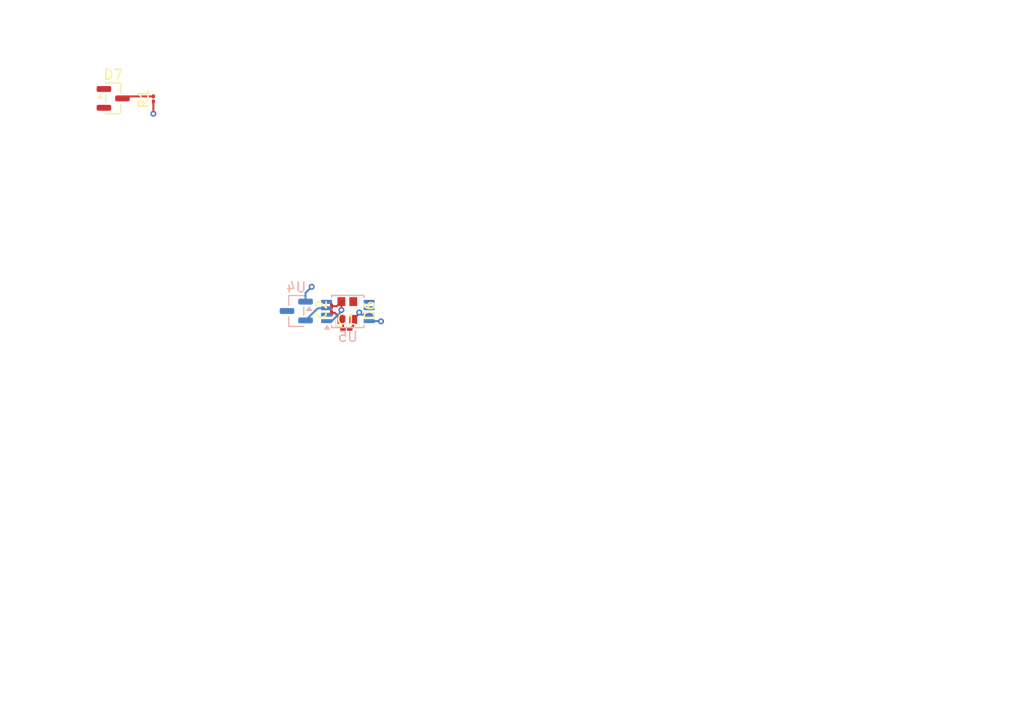
<source format=kicad_pcb>
(kicad_pcb (version 20241229) (generator "pcbnew") (generator_version "9.0")
  (layers (0 "F.Cu" signal) (4 "In1.Cu" signal) (6 "In2.Cu" signal) (2 "B.Cu" signal) (13 "F.Paste" user) (15 "B.Paste" user) (5 "F.SilkS" user "F.Silkscreen") (7 "B.SilkS" user "B.Silkscreen") (1 "F.Mask" user) (3 "B.Mask" user) (25 "Edge.Cuts" user))
  (net 0 "")
  (net 1 "Net-(D6-GA)")
  (net 2 "Net-(D6-BA)")
  (net 3 "Net-(D6-RA)")
  (net 4 "GND")
  (net 5 "/Vmid")
  (net 7 "/5V")
  (net 8 "Net-(U4-OUT)")
  (footprint "Capacitor_SMD:C_01005_0402Metric_Pad0.57x0.30mm_HandSolder" (layer "F.Cu") (at 54.5 47.8 90)
    (property "Reference" "C2" (at 0 -1 90) (layer "F.SilkS"))
    (property "Value" "1u")
    (pad "1" smd roundrect (at -0.3375 0 90) (size 0.575 0.3) (layers "F.Cu" "F.Mask") (net 2 "Net-(D6-BA)"))
    (pad "2" smd roundrect (at 0.3375 0 90) (size 0.575 0.3) (layers "F.Cu" "F.Mask") (net 3 "Net-(D6-RA)"))
  )
  (footprint "Resistor_SMD:R_01005_0402Metric" (layer "F.Cu") (at 36.5 26.5 90)
    (property "Reference" "R1" (at 0 -1 90) (layer "F.SilkS"))
    (property "Value" "500")
    (pad "1" smd roundrect (at -0.25 0 90) (size 0.4 0.3) (layers "F.Cu" "F.Mask") (net 7 "/5V"))
    (pad "2" smd roundrect (at 0.25 0 90) (size 0.4 0.3) (layers "F.Cu" "F.Mask") (net 5 "/Vmid"))
  )
  (footprint "Package_TO_SOT_SMD:SOT-23" (layer "F.Cu") (at 32.4375 26.45)
    (property "Reference" "D7" (at 0 -2.4 0) (layer "F.SilkS"))
    (property "Value" "BZX84Cxx")
    (fp_line (start -0.76 -1.56) (end 0.76 -1.56) (stroke (width 0.12)) (layer "F.SilkS"))
    (fp_line (start -0.76 -1.51) (end -0.76 -1.56) (stroke (width 0.12)) (layer "F.SilkS"))
    (fp_line (start -0.76 0.39) (end -0.76 -0.39) (stroke (width 0.12)) (layer "F.SilkS"))
    (fp_line (start -0.76 1.56) (end -0.76 1.51) (stroke (width 0.12)) (layer "F.SilkS"))
    (fp_line (start 0.76 -1.56) (end 0.76 -0.56) (stroke (width 0.12)) (layer "F.SilkS"))
    (fp_line (start 0.76 0.56) (end 0.76 1.56) (stroke (width 0.12)) (layer "F.SilkS"))
    (fp_line (start 0.76 1.56) (end -0.76 1.56) (stroke (width 0.12)) (layer "F.SilkS"))
    (fp_poly (pts (xy -1.3 -0.38) (xy -1.06 -0.05) (xy -1.54 -0.05)) (stroke (width 0.12)) (fill yes) (layer "F.SilkS"))
    (pad "1" smd roundrect (at -0.9375 -0.95) (size 1.475 0.6) (layers "F.Cu" "F.Mask" "F.Paste") (net 4 "GND"))
    (pad "2" smd roundrect (at -0.9375 0.95) (size 1.475 0.6) (layers "F.Cu" "F.Mask" "F.Paste"))
    (pad "3" smd roundrect (at 0.9375 0) (size 1.475 0.6) (layers "F.Cu" "F.Mask" "F.Paste") (net 5 "/Vmid"))
  )
  (footprint "LED_SMD:LED_ASMB-KTF0-0A306" (layer "F.Cu") (at 56.1 47.9 90)
    (property "Reference" "D6" (at 0 2.25 90) (layer "F.SilkS"))
    (property "Value" "LED_BGKR")
    (fp_line (start -0.89 -1.2) (end -1.55 -1.2) (stroke (width 0.12)) (layer "F.SilkS"))
    (fp_line (start -1.55 -1.2) (end -1.55 -0.54) (stroke (width 0.12)) (layer "F.SilkS"))
    (pad "1" smd rect (at -0.9 -0.6 90) (size 0.9 0.8) (layers "F.Cu" "F.Mask" "F.Paste") (net 2 "Net-(D6-BA)"))
    (pad "2" smd rect (at -0.9 0.6 90) (size 0.9 0.8) (layers "F.Cu" "F.Mask" "F.Paste") (net 1 "Net-(D6-GA)"))
    (pad "3" smd rect (at 0.9 0.6 90) (size 0.9 0.8) (layers "F.Cu" "F.Mask" "F.Paste") (net 4 "GND"))
    (pad "4" smd rect (at 0.9 -0.6 90) (size 0.9 0.8) (layers "F.Cu" "F.Mask" "F.Paste") (net 3 "Net-(D6-RA)"))
  )
  (footprint "Capacitor_SMD:C_01005_0402Metric_Pad0.57x0.30mm_HandSolder" (layer "F.Cu") (at 56 49.8)
    (property "Reference" "C1" (at 0 -1 0) (layer "F.SilkS"))
    (property "Value" "1u")
    (pad "1" smd roundrect (at -0.3375 0) (size 0.575 0.3) (layers "F.Cu" "F.Mask") (net 2 "Net-(D6-BA)"))
    (pad "2" smd roundrect (at 0.3375 0) (size 0.575 0.3) (layers "F.Cu" "F.Mask") (net 1 "Net-(D6-GA)"))
  )
  (footprint "Package_TO_SOT_SMD:SOT-23" (layer "B.Cu") (at 50.9375 47.95 180)
    (property "Reference" "U4" (at 0 2.4 0) (layer "B.SilkS") (effects (justify mirror)))
    (property "Value" "DRV5055A1xDBZxQ1")
    (fp_line (start 0.76 1.56) (end 0.76 0.56) (stroke (width 0.12)) (layer "B.SilkS"))
    (fp_line (start 0.76 -0.56) (end 0.76 -1.56) (stroke (width 0.12)) (layer "B.SilkS"))
    (fp_line (start 0.76 -1.56) (end -0.76 -1.56) (stroke (width 0.12)) (layer "B.SilkS"))
    (fp_line (start -0.76 1.56) (end 0.76 1.56) (stroke (width 0.12)) (layer "B.SilkS"))
    (fp_line (start -0.76 1.51) (end -0.76 1.56) (stroke (width 0.12)) (layer "B.SilkS"))
    (fp_line (start -0.76 -0.39) (end -0.76 0.39) (stroke (width 0.12)) (layer "B.SilkS"))
    (fp_line (start -0.76 -1.56) (end -0.76 -1.51) (stroke (width 0.12)) (layer "B.SilkS"))
    (fp_poly (pts (xy -1.3 0.38) (xy -1.06 0.05) (xy -1.54 0.05)) (stroke (width 0.12)) (fill yes) (layer "B.SilkS"))
    (pad "1" smd roundrect (at -0.9375 0.95 180) (size 1.475 0.6) (layers "B.Cu" "B.Mask" "B.Paste") (net 7 "/5V"))
    (pad "2" smd roundrect (at -0.9375 -0.95 180) (size 1.475 0.6) (layers "B.Cu" "B.Mask" "B.Paste") (net 8 "Net-(U4-OUT)"))
    (pad "3" smd roundrect (at 0.9375 0 180) (size 1.475 0.6) (layers "B.Cu" "B.Mask" "B.Paste") (net 4 "GND"))
  )
  (footprint "Package_SO:TSSOP-8_3x3mm_P0.65mm" (layer "B.Cu") (at 56.15 48)
    (property "Reference" "U5" (at 0 2.55 0) (layer "B.SilkS") (effects (justify mirror)))
    (property "Value" "TL082")
    (fp_line (start -1.625 -1.625) (end 1.625 -1.625) (stroke (width 0.15)) (layer "B.SilkS"))
    (fp_line (start -1.625 -1.45) (end -1.625 -1.625) (stroke (width 0.15)) (layer "B.SilkS"))
    (fp_line (start -1.625 1.625) (end -1.625 1.45) (stroke (width 0.15)) (layer "B.SilkS"))
    (fp_line (start -1.625 1.625) (end 1.625 1.625) (stroke (width 0.15)) (layer "B.SilkS"))
    (fp_line (start 1.625 -1.45) (end 1.625 -1.625) (stroke (width 0.15)) (layer "B.SilkS"))
    (fp_line (start 1.625 1.625) (end 1.625 1.45) (stroke (width 0.15)) (layer "B.SilkS"))
    (fp_poly (pts (xy -2.1 1.45) (xy -2.34 1.78) (xy -1.86 1.78) (xy -2.1 1.45)) (stroke (width 0.12)) (fill yes) (layer "B.SilkS"))
    (pad "1" smd rect (at -2.15 0.975) (size 1.1 0.4) (layers "B.Cu" "B.Mask" "B.Paste") (net 3 "Net-(D6-RA)"))
    (pad "2" smd rect (at -2.15 0.325) (size 1.1 0.4) (layers "B.Cu" "B.Mask" "B.Paste") (net 5 "/Vmid"))
    (pad "3" smd rect (at -2.15 -0.325) (size 1.1 0.4) (layers "B.Cu" "B.Mask" "B.Paste") (net 8 "Net-(U4-OUT)"))
    (pad "4" smd rect (at -2.15 -0.975) (size 1.1 0.4) (layers "B.Cu" "B.Mask" "B.Paste") (net 4 "GND"))
    (pad "5" smd rect (at 2.15 -0.975) (size 1.1 0.4) (layers "B.Cu" "B.Mask" "B.Paste") (net 5 "/Vmid"))
    (pad "6" smd rect (at 2.15 -0.325) (size 1.1 0.4) (layers "B.Cu" "B.Mask" "B.Paste") (net 8 "Net-(U4-OUT)"))
    (pad "7" smd rect (at 2.15 0.325) (size 1.1 0.4) (layers "B.Cu" "B.Mask" "B.Paste") (net 1 "Net-(D6-GA)"))
    (pad "8" smd rect (at 2.15 0.975) (size 1.1 0.4) (layers "B.Cu" "B.Mask" "B.Paste") (net 7 "/5V"))
  )
  (segment (start 57.302785 48.098607) (end 57.302785 48.197215) (width 0.2) (layer "F.Cu") (net 1))
  (segment (start 57.302785 48.197215) (end 56.7 48.8) (width 0.2) (layer "F.Cu") (net 1))
  (segment (start 56.7 48.8) (end 56.7 49.4375) (width 0.2) (layer "F.Cu") (net 1))
  (segment (start 56.7 49.4375) (end 56.3375 49.8) (width 0.2) (layer "F.Cu") (net 1))
  (via (at 57.302785 48.098607) (size 0.6) (drill 0.3) (layers "F.Cu" "B.Cu") (net 1))
  (segment (start 57.529178 48.325) (end 57.302785 48.098607) (width 0.2) (layer "B.Cu") (net 1))
  (segment (start 58.3 48.325) (end 57.529178 48.325) (width 0.2) (layer "B.Cu") (net 1))
  (segment (start 55.6625 48.9625) (end 55.5 48.8) (width 0.2) (layer "F.Cu") (net 2))
  (segment (start 54.5 48.1375) (end 54.8375 48.1375) (width 0.2) (layer "F.Cu") (net 2))
  (segment (start 54.8375 48.1375) (end 55.5 48.8) (width 0.2) (layer "F.Cu") (net 2))
  (segment (start 55.6625 49.8) (end 55.6625 48.9625) (width 0.2) (layer "F.Cu") (net 2))
  (segment (start 55.0375 47.4625) (end 55.5 47) (width 0.2) (layer "F.Cu") (net 3))
  (segment (start 55.5 47) (end 55.5 47.849998) (width 0.2) (layer "F.Cu") (net 3))
  (segment (start 54.5 47.4625) (end 55.0375 47.4625) (width 0.2) (layer "F.Cu") (net 3))
  (via (at 55.5 47.849998) (size 0.6) (drill 0.3) (layers "F.Cu" "B.Cu") (net 3))
  (segment (start 55.5 48) (end 55.5 47.849998) (width 0.2) (layer "B.Cu") (net 3))
  (segment (start 54.525 48.975) (end 55.5 48) (width 0.2) (layer "B.Cu") (net 3))
  (segment (start 54 48.975) (end 54.525 48.975) (width 0.2) (layer "B.Cu") (net 3))
  (segment (start 53.975 47) (end 54 47.025) (width 0.2) (layer "B.Cu") (net 4))
  (segment (start 33.375 26.45) (end 33.575 26.25) (width 0.2) (layer "F.Cu") (net 5))
  (segment (start 33.575 26.25) (end 36.5 26.25) (width 0.2) (layer "F.Cu") (net 5))
  (segment (start 36.5 26.75) (end 36.5 28) (width 0.2) (layer "F.Cu") (net 7))
  (via (at 59.5 49) (size 0.6) (drill 0.3) (layers "F.Cu" "B.Cu") (net 7))
  (via (at 52.5 45.5) (size 0.6) (drill 0.3) (layers "F.Cu" "B.Cu") (net 7))
  (via (at 36.5 28) (size 0.6) (drill 0.3) (layers "F.Cu" "B.Cu") (net 7))
  (segment (start 58.3 48.975) (end 59.475 48.975) (width 0.2) (layer "B.Cu") (net 7))
  (segment (start 51.875 46.125) (end 52.5 45.5) (width 0.2) (layer "B.Cu") (net 7))
  (segment (start 51.875 47) (end 51.875 46.125) (width 0.2) (layer "B.Cu") (net 7))
  (segment (start 59.475 48.975) (end 59.5 49) (width 0.2) (layer "B.Cu") (net 7))
  (segment (start 53.1 47.675) (end 51.875 48.9) (width 0.2) (layer "B.Cu") (net 8))
  (segment (start 54 47.675) (end 53.1 47.675) (width 0.2) (layer "B.Cu") (net 8))
)
</source>
